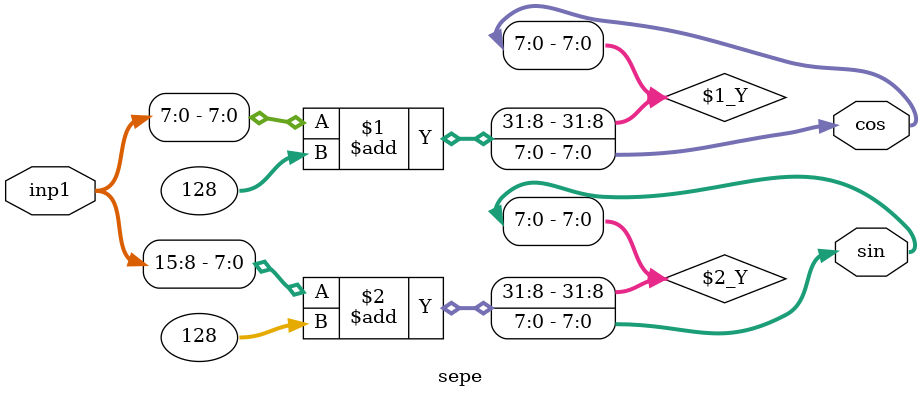
<source format=v>
`timescale 1ns / 1ps

module sepe(input [15:0] inp1, output [7:0] sin, cos);
assign cos = inp1[7:0]+128;
assign sin = inp1[15:8]+128;
endmodule

</source>
